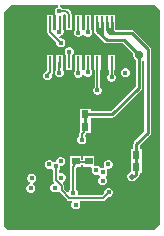
<source format=gbl>
G04*
G04 #@! TF.GenerationSoftware,Altium Limited,Altium Designer,22.2.1 (43)*
G04*
G04 Layer_Physical_Order=4*
G04 Layer_Color=16711680*
%FSLAX25Y25*%
%MOIN*%
G70*
G04*
G04 #@! TF.SameCoordinates,F257658A-247B-4475-9E09-9EFA5F1A57C6*
G04*
G04*
G04 #@! TF.FilePolarity,Positive*
G04*
G01*
G75*
%ADD12C,0.00600*%
%ADD15R,0.02362X0.02559*%
%ADD19C,0.00900*%
%ADD20C,0.01772*%
%ADD21C,0.02756*%
%ADD22C,0.01968*%
%ADD23R,0.02559X0.02362*%
%ADD24R,0.00906X0.03937*%
G36*
X59000Y78000D02*
Y6500D01*
X57000Y4500D01*
X8500D01*
X7000Y6000D01*
Y77000D01*
X9500Y79500D01*
X25139D01*
X25158Y79008D01*
X24611Y78781D01*
X24193Y78363D01*
X23967Y77817D01*
Y77226D01*
X24193Y76680D01*
X24498Y76375D01*
Y71873D01*
X24253Y71627D01*
X24167Y71420D01*
X23565Y71212D01*
X23456Y71282D01*
X23454Y71317D01*
X23454D01*
Y76454D01*
X21349D01*
Y71317D01*
X21484D01*
Y70598D01*
X21554Y70247D01*
X21753Y69950D01*
X24514Y67188D01*
Y66704D01*
X24740Y66158D01*
X25158Y65740D01*
X25705Y65514D01*
X26296D01*
X26842Y65740D01*
X27260Y66158D01*
X27486Y66704D01*
Y67296D01*
X27260Y67842D01*
X26842Y68260D01*
X26296Y68486D01*
X25837D01*
X25526Y68867D01*
X25705Y69300D01*
X25808D01*
X26354Y69526D01*
X26772Y69944D01*
X26999Y70490D01*
Y71081D01*
X26772Y71627D01*
X26604Y71796D01*
Y76454D01*
X27051Y76582D01*
X27201D01*
X27648Y76454D01*
Y71317D01*
X29754D01*
Y76454D01*
X29626D01*
X29484Y77168D01*
X29037Y77836D01*
X28369Y78283D01*
X27581Y78440D01*
Y78418D01*
X26658D01*
X26295Y78781D01*
X25749Y79008D01*
X25767Y79500D01*
X57500D01*
X59000Y78000D01*
D02*
G37*
%LPC*%
G36*
X36053Y76454D02*
X33947D01*
Y71548D01*
X33740Y71342D01*
X33733Y71324D01*
X33212Y71266D01*
X32903Y71587D01*
Y76454D01*
X30798D01*
Y71454D01*
X30588Y71244D01*
X30362Y70698D01*
Y70107D01*
X30588Y69561D01*
X31006Y69143D01*
X31552Y68917D01*
X32143D01*
X32689Y69143D01*
X33107Y69561D01*
X33173Y69720D01*
X33715D01*
X33740Y69658D01*
X34158Y69240D01*
X34705Y69014D01*
X35296D01*
X35842Y69240D01*
X36260Y69658D01*
X36486Y70204D01*
Y70796D01*
X36260Y71342D01*
X36053Y71548D01*
Y76454D01*
D02*
G37*
G36*
X29019Y65532D02*
X28428D01*
X27882Y65306D01*
X27464Y64888D01*
X27238Y64342D01*
Y63751D01*
X27464Y63205D01*
X27648Y63021D01*
Y57932D01*
X29754D01*
Y62975D01*
X29983Y63205D01*
X30210Y63751D01*
Y64342D01*
X29983Y64888D01*
X29565Y65306D01*
X29019Y65532D01*
D02*
G37*
G36*
X36053Y63068D02*
X33947D01*
Y58226D01*
X33756Y58035D01*
X33724Y57956D01*
X33170Y57883D01*
X32903Y58157D01*
Y63068D01*
X30798D01*
Y58022D01*
X30553Y57778D01*
X30327Y57232D01*
Y56640D01*
X30553Y56094D01*
X30971Y55676D01*
X31517Y55450D01*
X32109D01*
X32655Y55676D01*
X33073Y56094D01*
X33197Y56395D01*
X33738D01*
X33756Y56351D01*
X34174Y55933D01*
X34720Y55707D01*
X35311D01*
X35857Y55933D01*
X36275Y56351D01*
X36502Y56897D01*
Y57489D01*
X36275Y58035D01*
X36053Y58257D01*
Y63068D01*
D02*
G37*
G36*
X47796Y58486D02*
X47205D01*
X46658Y58260D01*
X46240Y57842D01*
X46014Y57296D01*
Y56704D01*
X46240Y56158D01*
X46658Y55740D01*
X47205Y55514D01*
X47796D01*
X48342Y55740D01*
X48760Y56158D01*
X48986Y56704D01*
Y57296D01*
X48760Y57842D01*
X48342Y58260D01*
X47796Y58486D01*
D02*
G37*
G36*
X26604Y63068D02*
X24498D01*
Y58100D01*
X24240Y57842D01*
X24014Y57296D01*
Y56704D01*
X24240Y56158D01*
X24658Y55740D01*
X25204Y55514D01*
X25796D01*
X26342Y55740D01*
X26760Y56158D01*
X26986Y56704D01*
Y57296D01*
X26760Y57842D01*
X26604Y57997D01*
Y63068D01*
D02*
G37*
G36*
X23454D02*
X21349D01*
Y57932D01*
X21349Y57932D01*
X21218Y57486D01*
X21204D01*
X20658Y57260D01*
X20240Y56842D01*
X20014Y56296D01*
Y55704D01*
X20240Y55158D01*
X20658Y54740D01*
X21204Y54514D01*
X21796D01*
X22342Y54740D01*
X22760Y55158D01*
X22986Y55704D01*
Y56296D01*
X22924Y56444D01*
X23050Y56570D01*
X23249Y56867D01*
X23319Y57219D01*
Y57932D01*
X23454D01*
Y63068D01*
D02*
G37*
G36*
X43927D02*
X41821D01*
Y57932D01*
X41966D01*
Y56645D01*
X41633Y56312D01*
X41407Y55766D01*
Y55175D01*
X41633Y54629D01*
X42051Y54211D01*
X42597Y53985D01*
X43188D01*
X43734Y54211D01*
X44153Y54629D01*
X44379Y55175D01*
Y55766D01*
X44153Y56312D01*
X43801Y56664D01*
Y57932D01*
X43927D01*
Y63068D01*
D02*
G37*
G36*
X39202D02*
X37097D01*
Y57932D01*
X37254D01*
Y52352D01*
X36934Y52032D01*
X36708Y51486D01*
Y50895D01*
X36934Y50349D01*
X37352Y49931D01*
X37898Y49705D01*
X38489D01*
X39035Y49931D01*
X39453Y50349D01*
X39680Y50895D01*
Y51486D01*
X39453Y52032D01*
X39089Y52397D01*
Y57932D01*
X39202D01*
Y63068D01*
D02*
G37*
G36*
X37182Y29237D02*
X33423D01*
Y28122D01*
X32805D01*
Y29237D01*
X29046D01*
Y25675D01*
X29176D01*
Y18271D01*
X28834Y17929D01*
X28608Y17383D01*
X28108Y17189D01*
X27118Y18180D01*
Y19387D01*
X27048Y19738D01*
X26849Y20036D01*
X26711Y20174D01*
X26828Y20764D01*
X27014Y20841D01*
X27432Y21259D01*
X27658Y21805D01*
Y22396D01*
X27432Y22942D01*
X27014Y23360D01*
X26467Y23586D01*
X25876D01*
X25781Y23547D01*
X25281Y23881D01*
Y24618D01*
X25614Y24951D01*
X25840Y25497D01*
Y26014D01*
X26296D01*
X26842Y26240D01*
X27260Y26658D01*
X27486Y27204D01*
Y27795D01*
X27260Y28342D01*
X26842Y28760D01*
X26296Y28986D01*
X25705D01*
X25158Y28760D01*
X24740Y28342D01*
X24514Y27795D01*
Y27278D01*
X24058D01*
X23950Y27234D01*
X23356Y27362D01*
X22938Y27779D01*
X22392Y28006D01*
X21801D01*
X21255Y27779D01*
X20837Y27362D01*
X20611Y26816D01*
Y26224D01*
X20837Y25678D01*
X21255Y25260D01*
X21801Y25034D01*
X22392D01*
X22500Y25079D01*
X23094Y24951D01*
X23446Y24600D01*
Y21224D01*
X23515Y20873D01*
X23662Y20654D01*
X23666Y20552D01*
X23629Y20383D01*
X23497Y20086D01*
X23135Y19936D01*
X22717Y19518D01*
X22491Y18972D01*
Y18381D01*
X22717Y17835D01*
X23135Y17417D01*
X23682Y17191D01*
X24273D01*
X24819Y17417D01*
X24844Y17442D01*
X24991Y17444D01*
X25435Y17326D01*
X25552Y17151D01*
X28049Y14653D01*
X28347Y14454D01*
X28698Y14384D01*
X29593D01*
X29800Y13884D01*
X29747Y13830D01*
X29520Y13284D01*
Y12693D01*
X29747Y12147D01*
X30165Y11729D01*
X30711Y11503D01*
X31302D01*
X31848Y11729D01*
X32266Y12147D01*
X32492Y12693D01*
Y13284D01*
X32266Y13830D01*
X32212Y13884D01*
X32419Y14384D01*
X40077D01*
X40428Y14454D01*
X40725Y14653D01*
X41730Y15657D01*
X42213D01*
X42760Y15883D01*
X43178Y16301D01*
X43404Y16848D01*
Y17439D01*
X43178Y17985D01*
X42760Y18403D01*
X42213Y18629D01*
X41622D01*
X41076Y18403D01*
X40658Y17985D01*
X40432Y17439D01*
Y16955D01*
X39696Y16219D01*
X31884D01*
X31550Y16719D01*
X31580Y16792D01*
Y17383D01*
X31354Y17929D01*
X31012Y18271D01*
Y25366D01*
X31320Y25675D01*
X32805D01*
Y26287D01*
X33423D01*
Y25675D01*
X36140D01*
X36423Y25175D01*
X36289Y24851D01*
Y24260D01*
X36515Y23714D01*
X36933Y23296D01*
X37479Y23070D01*
X38070D01*
X38181Y23115D01*
X38276Y23125D01*
X38771Y22982D01*
X38857Y22896D01*
X38857Y22896D01*
X38983Y22769D01*
X39075Y22354D01*
X38959Y22140D01*
X38675Y21855D01*
X38449Y21309D01*
Y20718D01*
X38675Y20172D01*
X39093Y19754D01*
X39639Y19528D01*
X40230D01*
X40776Y19754D01*
X41194Y20172D01*
X41420Y20718D01*
Y21309D01*
X41194Y21855D01*
X40982Y22068D01*
X40890Y22484D01*
X41006Y22697D01*
X41290Y22982D01*
X41516Y23528D01*
Y24119D01*
X41329Y24572D01*
X41366Y24685D01*
X41473Y24865D01*
X41628Y25034D01*
X42071D01*
X42617Y25260D01*
X43036Y25679D01*
X43262Y26225D01*
Y26816D01*
X43036Y27362D01*
X42617Y27780D01*
X42071Y28006D01*
X41480D01*
X40934Y27780D01*
X40516Y27362D01*
X40290Y26816D01*
Y26225D01*
X40478Y25771D01*
X40441Y25658D01*
X40334Y25479D01*
X40178Y25309D01*
X39735D01*
X39572Y25242D01*
X39034Y25397D01*
X38948Y25483D01*
X38616Y25815D01*
X38070Y26041D01*
X37479D01*
X37182Y26239D01*
Y29237D01*
D02*
G37*
G36*
X43927Y76454D02*
X37097D01*
Y73975D01*
X37079Y73886D01*
X37082Y73872D01*
Y71120D01*
X37163Y70710D01*
X37395Y70363D01*
X40515Y67243D01*
X40862Y67011D01*
X41272Y66929D01*
X46556D01*
X50043Y63443D01*
X50022Y63393D01*
Y62607D01*
X50323Y61880D01*
X50880Y61323D01*
X50929Y61303D01*
Y52443D01*
X42726Y44240D01*
X35954D01*
Y45048D01*
X32392D01*
Y41289D01*
X32392D01*
Y40879D01*
X32392D01*
Y37190D01*
X32351Y37149D01*
X32152Y36851D01*
X32082Y36500D01*
Y35840D01*
X31740Y35498D01*
X31514Y34952D01*
Y34361D01*
X31740Y33815D01*
X32158Y33397D01*
X32704Y33171D01*
X33296D01*
X33842Y33397D01*
X34260Y33815D01*
X34486Y34361D01*
Y34952D01*
X34260Y35498D01*
X33918Y35840D01*
Y36120D01*
X34321Y36523D01*
X34520Y36821D01*
X34579Y37121D01*
X35954D01*
Y40879D01*
X35954D01*
Y41289D01*
X35954D01*
Y42098D01*
X43169D01*
X43579Y42180D01*
X43926Y42412D01*
X52757Y51243D01*
X52989Y51590D01*
X53071Y52000D01*
X53071Y52000D01*
Y61128D01*
X53325Y61316D01*
X53825Y61080D01*
Y37459D01*
X50433Y34068D01*
X50201Y33721D01*
X50120Y33311D01*
Y31579D01*
X49409D01*
Y27819D01*
X49409D01*
Y27380D01*
X49409D01*
Y24031D01*
X49256D01*
X48673Y23789D01*
X48228Y23344D01*
X47987Y22761D01*
Y22131D01*
X48228Y21549D01*
X48673Y21103D01*
X49256Y20862D01*
X49886D01*
X50468Y21103D01*
X50914Y21549D01*
X50939Y21609D01*
X51016Y21624D01*
X51363Y21856D01*
X51947Y22440D01*
X52179Y22787D01*
X52260Y23197D01*
Y23620D01*
X52971D01*
Y27380D01*
X52971D01*
Y27819D01*
X52971D01*
Y31579D01*
X52261D01*
Y32868D01*
X55652Y36259D01*
X55884Y36606D01*
X55966Y37016D01*
X55966Y37016D01*
Y64933D01*
X55884Y65342D01*
X55652Y65690D01*
X50421Y70921D01*
X50074Y71153D01*
X49664Y71235D01*
X44083D01*
X43945Y71373D01*
Y73886D01*
X43927Y73975D01*
Y76454D01*
D02*
G37*
G36*
X16617Y23358D02*
X16026D01*
X15480Y23132D01*
X15062Y22714D01*
X14836Y22168D01*
Y21577D01*
X15062Y21031D01*
X15480Y20613D01*
X15787Y20486D01*
X15710Y20017D01*
X15696Y19982D01*
X15158Y19760D01*
X14740Y19342D01*
X14514Y18796D01*
Y18204D01*
X14740Y17658D01*
X15158Y17240D01*
X15704Y17014D01*
X16296D01*
X16842Y17240D01*
X17260Y17658D01*
X17486Y18204D01*
Y18796D01*
X17260Y19342D01*
X16842Y19760D01*
X16535Y19887D01*
X16612Y20356D01*
X16626Y20390D01*
X17163Y20613D01*
X17581Y21031D01*
X17807Y21577D01*
Y22168D01*
X17581Y22714D01*
X17163Y23132D01*
X16617Y23358D01*
D02*
G37*
%LPD*%
G36*
X42898Y71386D02*
X43800Y70484D01*
X43480Y70164D01*
X42324D01*
X41276Y71857D01*
X41280Y71861D01*
X42898D01*
Y71386D01*
D02*
G37*
G36*
X39772Y70096D02*
X39434Y69757D01*
X38087Y71105D01*
Y71195D01*
X38075Y71838D01*
X38079Y71842D01*
X39772D01*
Y70096D01*
D02*
G37*
D12*
X28701Y76380D02*
G03*
X27581Y77500I-1120J0D01*
G01*
X31177Y27204D02*
X35051D01*
X30925Y27456D02*
X31177Y27204D01*
X35051D02*
X35303Y27456D01*
X25475Y77500D02*
X27581D01*
X25453Y77522D02*
X25475Y77500D01*
X24363Y21224D02*
X26200Y19387D01*
Y17800D02*
X28698Y15302D01*
X26200Y17800D02*
Y19387D01*
X28698Y15302D02*
X40077D01*
X30094Y17087D02*
Y25746D01*
X30836Y26488D01*
X40077Y15302D02*
X41918Y17143D01*
X33000Y36500D02*
X33672Y37172D01*
Y38499D02*
X34173Y39000D01*
X33672Y37172D02*
Y38499D01*
X33000Y34657D02*
Y36500D01*
X24363Y21224D02*
Y25783D01*
X24354Y25793D02*
X24363Y25783D01*
X22402Y70598D02*
X26000Y67000D01*
X35000Y70500D02*
Y73886D01*
X38172Y51213D02*
Y60478D01*
X38150Y60500D02*
X38172Y60478D01*
Y51213D02*
X38194Y51191D01*
X42883Y55480D02*
X42893Y55471D01*
X42874Y60500D02*
X42883Y60491D01*
Y55480D02*
Y60491D01*
X31832Y60481D02*
X31850Y60500D01*
X31832Y56955D02*
Y60481D01*
X31813Y56936D02*
X31832Y56955D01*
X35008Y57201D02*
Y60492D01*
X35000Y60500D02*
X35008Y60492D01*
Y57201D02*
X35016Y57193D01*
X28712Y60511D02*
Y64035D01*
X28701Y60500D02*
X28712Y60511D01*
Y64035D02*
X28724Y64047D01*
X28701Y73886D02*
X28701Y73886D01*
Y76380D01*
X31849Y70404D02*
Y73884D01*
X31848Y70403D02*
X31849Y70404D01*
Y73884D02*
X31850Y73886D01*
X25532Y70805D02*
Y73867D01*
X25513Y70786D02*
X25532Y70805D01*
X21500Y56000D02*
Y56317D01*
X22402Y57219D02*
Y60500D01*
X21500Y56317D02*
X22402Y57219D01*
X25500Y57000D02*
X25526Y57026D01*
Y60474D02*
X25551Y60500D01*
X25526Y57026D02*
Y60474D01*
X25532Y73867D02*
X25551Y73886D01*
X22402Y70598D02*
Y73886D01*
D15*
X30827Y39000D02*
D03*
X34173D02*
D03*
X30827Y43169D02*
D03*
X34173D02*
D03*
X54536Y29699D02*
D03*
X51190D02*
D03*
X54536Y25500D02*
D03*
X51190D02*
D03*
D19*
X34173Y39000D02*
Y43169D01*
X43169D01*
X52000Y52000D01*
Y63000D01*
X49664Y70164D02*
X54895Y64933D01*
X51190Y33311D02*
X54895Y37016D01*
Y64933D01*
X39724Y73886D02*
X39727Y72892D01*
X47000Y68000D02*
X52000Y63000D01*
X38152Y71120D02*
X41272Y68000D01*
X47000D01*
X51190Y29700D02*
Y33311D01*
X51190Y29699D02*
Y29798D01*
Y25500D02*
Y29699D01*
Y23197D02*
Y25500D01*
X50606Y22613D02*
X51190Y23197D01*
X43640Y70164D02*
X49664D01*
X42324D02*
X43640D01*
X42874Y70930D02*
X43640Y70164D01*
X42874Y70930D02*
Y73886D01*
X41302Y71186D02*
X42324Y70164D01*
X41299Y73886D02*
X41302Y73883D01*
Y71186D02*
Y73883D01*
X39724Y69560D02*
Y73886D01*
X38150D02*
X38152Y73883D01*
Y71120D02*
Y73883D01*
D20*
X33118Y30132D02*
D03*
X10500Y12000D02*
D03*
Y18000D02*
D03*
Y24000D02*
D03*
X23746Y9775D02*
D03*
X29104D02*
D03*
X34267Y9814D02*
D03*
X42000Y10000D02*
D03*
X56000Y14500D02*
D03*
X58000Y50000D02*
D03*
Y61000D02*
D03*
X10500Y78000D02*
D03*
Y72000D02*
D03*
Y66000D02*
D03*
Y60000D02*
D03*
Y54000D02*
D03*
Y48000D02*
D03*
Y42000D02*
D03*
Y36000D02*
D03*
Y30000D02*
D03*
X57000Y34000D02*
D03*
X51000Y44000D02*
D03*
X39000Y33500D02*
D03*
X57500Y74500D02*
D03*
Y77000D02*
D03*
X42571Y77905D02*
D03*
X32978Y77604D02*
D03*
X25453Y77522D02*
D03*
X30094Y17087D02*
D03*
X28000Y20500D02*
D03*
X33000Y34657D02*
D03*
X37139Y20656D02*
D03*
X32887Y20816D02*
D03*
X49000Y18000D02*
D03*
X45000Y52500D02*
D03*
X25500Y43500D02*
D03*
X41918Y17143D02*
D03*
X26172Y22100D02*
D03*
X16000Y18500D02*
D03*
X26000Y67000D02*
D03*
X35000Y70500D02*
D03*
X47500Y57000D02*
D03*
X39934Y21014D02*
D03*
X40031Y23823D02*
D03*
X38194Y51191D02*
D03*
X42893Y55471D02*
D03*
X41776Y26520D02*
D03*
X37775Y24555D02*
D03*
X44000Y24500D02*
D03*
X31813Y56936D02*
D03*
X35016Y57193D02*
D03*
X28724Y64047D02*
D03*
X16322Y21873D02*
D03*
X31848Y70403D02*
D03*
X25513Y70786D02*
D03*
X31006Y12989D02*
D03*
X19683Y26520D02*
D03*
X21500Y56000D02*
D03*
X23977Y18677D02*
D03*
X26000Y27500D02*
D03*
X25500Y57000D02*
D03*
X24354Y25793D02*
D03*
X22097Y26520D02*
D03*
D21*
X52000Y63000D02*
D03*
D22*
X49571Y22446D02*
D03*
D23*
X30925Y30803D02*
D03*
Y27456D02*
D03*
X35303Y30803D02*
D03*
Y27456D02*
D03*
D24*
X20827Y73886D02*
D03*
X22402D02*
D03*
X23976D02*
D03*
X25551D02*
D03*
X27126D02*
D03*
X28701D02*
D03*
X30276D02*
D03*
X31850D02*
D03*
X33425D02*
D03*
X35000D02*
D03*
X36575D02*
D03*
X38150D02*
D03*
X39724D02*
D03*
X41299D02*
D03*
X42874D02*
D03*
X44449D02*
D03*
X46024D02*
D03*
X38150Y60500D02*
D03*
X46024D02*
D03*
X44449D02*
D03*
X42874D02*
D03*
X41299D02*
D03*
X39724D02*
D03*
X36575D02*
D03*
X35000D02*
D03*
X33425D02*
D03*
X31850D02*
D03*
X30276D02*
D03*
X28701D02*
D03*
X27126D02*
D03*
X25551D02*
D03*
X23976D02*
D03*
X22402D02*
D03*
X20827D02*
D03*
M02*

</source>
